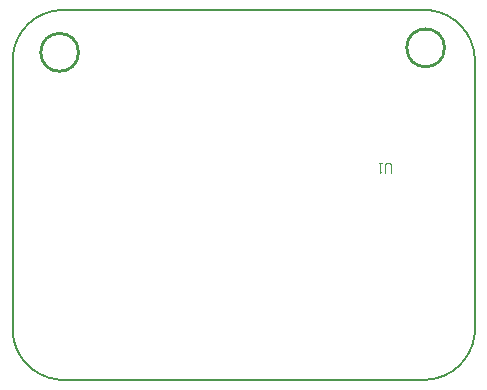
<source format=gm1>
G04*
G04 #@! TF.GenerationSoftware,Altium Limited,Altium Designer,20.1.14 (287)*
G04*
G04 Layer_Color=16711935*
%FSLAX25Y25*%
%MOIN*%
G70*
G04*
G04 #@! TF.SameCoordinates,ED3C4BB4-71E9-4A6E-9139-F99DAA76467E*
G04*
G04*
G04 #@! TF.FilePolarity,Positive*
G04*
G01*
G75*
%ADD15C,0.01000*%
%ADD38C,0.00617*%
%ADD39C,0.00394*%
D15*
X79300Y164000D02*
G03*
X79300Y164000I-6300J0D01*
G01*
X201300Y165500D02*
G03*
X201300Y165500I-6300J0D01*
G01*
D38*
X194505Y54858D02*
G03*
X195369Y54880I1J17201D01*
G01*
X195369D02*
G03*
X211302Y69710I-866J16904D01*
G01*
X211302Y69710D02*
G03*
X211404Y70889I-16895J2060D01*
G01*
X211404D02*
G03*
X211427Y71781I-17175J891D01*
G01*
Y161232D02*
G03*
X211406Y162096I-17201J1D01*
G01*
X211406Y162096D02*
G03*
X196576Y178028I-16904J-866D01*
G01*
Y178028D02*
G03*
X195397Y178131I-2060J-16895D01*
G01*
Y178131D02*
G03*
X194505Y178154I-891J-17175D01*
G01*
X74230Y178154D02*
G03*
X73366Y178132I-1J-17201D01*
G01*
Y178132D02*
G03*
X57434Y163302I866J-16904D01*
G01*
X57434Y163302D02*
G03*
X57331Y162123I16895J-2060D01*
G01*
X57331Y162123D02*
G03*
X57308Y161232I17175J-891D01*
G01*
Y71781D02*
G03*
X57330Y70917I17201J-1D01*
G01*
X57330D02*
G03*
X72160Y54984I16904J866D01*
G01*
X72160Y54984D02*
G03*
X73339Y54882I2060J16895D01*
G01*
Y54882D02*
G03*
X74230Y54859I891J17175D01*
G01*
X211427Y71781D02*
Y161232D01*
X74230Y178154D02*
X194505D01*
X57308Y71781D02*
Y161232D01*
X74230Y54858D02*
X194505D01*
D39*
X183500Y123851D02*
Y126475D01*
X182975Y127000D01*
X181926D01*
X181401Y126475D01*
Y123851D01*
X180351Y127000D02*
X179302D01*
X179827D01*
Y123851D01*
X180351Y124376D01*
M02*

</source>
